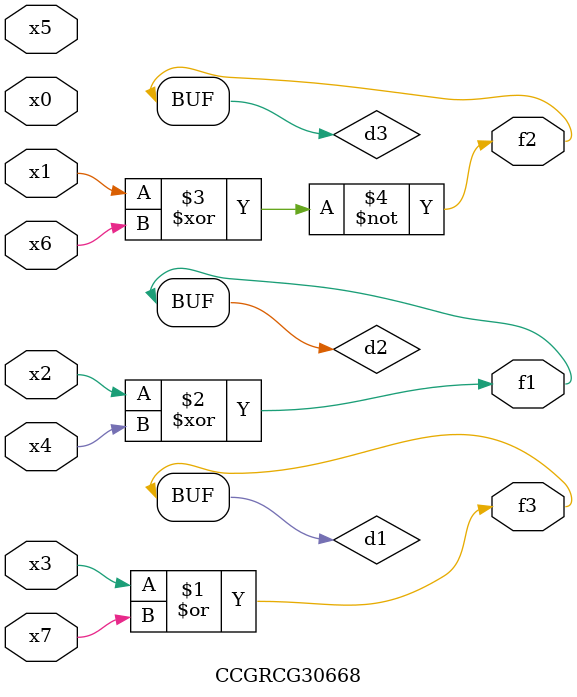
<source format=v>
module CCGRCG30668(
	input x0, x1, x2, x3, x4, x5, x6, x7,
	output f1, f2, f3
);

	wire d1, d2, d3;

	or (d1, x3, x7);
	xor (d2, x2, x4);
	xnor (d3, x1, x6);
	assign f1 = d2;
	assign f2 = d3;
	assign f3 = d1;
endmodule

</source>
